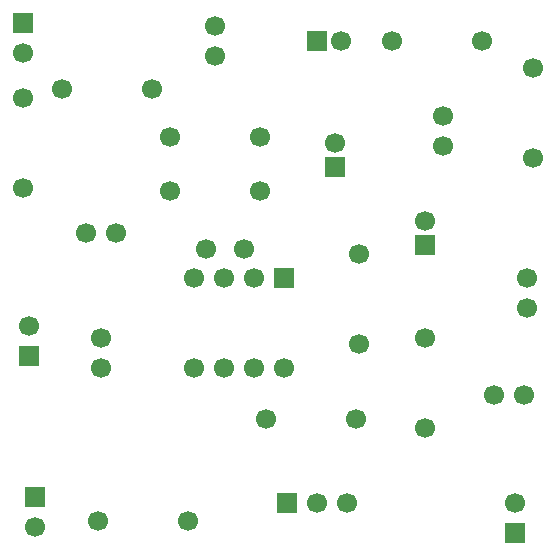
<source format=gtl>
%FSLAX42Y42*%
%MOMM*%
G71*
G01*
G75*
G04 Layer_Physical_Order=1*
%ADD10C,1.70*%
%ADD11R,1.70X1.70*%
D10*
X3912Y3632D02*
D03*
Y3886D02*
D03*
X4623Y2261D02*
D03*
Y2515D02*
D03*
X4343Y1524D02*
D03*
X4597D02*
D03*
X1016Y2007D02*
D03*
Y1753D02*
D03*
X457Y406D02*
D03*
X4521Y610D02*
D03*
X356Y4420D02*
D03*
X406Y2108D02*
D03*
X686Y4115D02*
D03*
X1448D02*
D03*
X4674Y4293D02*
D03*
Y3531D02*
D03*
X3175Y1321D02*
D03*
X2413D02*
D03*
X1600Y3251D02*
D03*
X2362D02*
D03*
X3759Y1245D02*
D03*
Y2007D02*
D03*
X3200Y1956D02*
D03*
Y2718D02*
D03*
X991Y457D02*
D03*
X1753D02*
D03*
X1600Y3708D02*
D03*
X2362D02*
D03*
X356Y4039D02*
D03*
Y3277D02*
D03*
X3480Y4521D02*
D03*
X4242D02*
D03*
X1981Y4394D02*
D03*
Y4648D02*
D03*
X1143Y2896D02*
D03*
X889D02*
D03*
X2997Y3656D02*
D03*
X3046Y4521D02*
D03*
X3759Y2996D02*
D03*
X2845Y610D02*
D03*
X3099D02*
D03*
X2311Y2515D02*
D03*
X2057D02*
D03*
X1803D02*
D03*
X2565Y1753D02*
D03*
X2311D02*
D03*
X2057D02*
D03*
X1803D02*
D03*
X2223Y2756D02*
D03*
X1905D02*
D03*
D11*
X457Y660D02*
D03*
X4521Y356D02*
D03*
X356Y4674D02*
D03*
X406Y1854D02*
D03*
X2997Y3456D02*
D03*
X2846Y4521D02*
D03*
X3759Y2796D02*
D03*
X2591Y610D02*
D03*
X2565Y2515D02*
D03*
M02*

</source>
